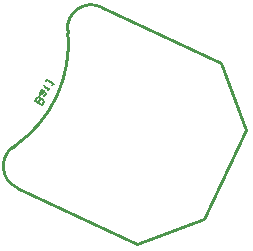
<source format=gbo>
%FSLAX24Y24*%
%MOIN*%
G70*
G01*
G75*
G04 Layer_Color=32896*
%ADD10C,0.0500*%
%ADD11C,0.0060*%
G04:AMPARAMS|DCode=12|XSize=19.7mil|YSize=23.6mil|CornerRadius=0mil|HoleSize=0mil|Usage=FLASHONLY|Rotation=225.000|XOffset=0mil|YOffset=0mil|HoleType=Round|Shape=Rectangle|*
%AMROTATEDRECTD12*
4,1,4,-0.0014,0.0153,0.0153,-0.0014,0.0014,-0.0153,-0.0153,0.0014,-0.0014,0.0153,0.0*
%
%ADD12ROTATEDRECTD12*%

G04:AMPARAMS|DCode=13|XSize=21.7mil|YSize=23.6mil|CornerRadius=0mil|HoleSize=0mil|Usage=FLASHONLY|Rotation=135.000|XOffset=0mil|YOffset=0mil|HoleType=Round|Shape=Rectangle|*
%AMROTATEDRECTD13*
4,1,4,0.0160,0.0007,-0.0007,-0.0160,-0.0160,-0.0007,0.0007,0.0160,0.0160,0.0007,0.0*
%
%ADD13ROTATEDRECTD13*%

%ADD14C,0.0394*%
G04:AMPARAMS|DCode=15|XSize=19.7mil|YSize=23.6mil|CornerRadius=0mil|HoleSize=0mil|Usage=FLASHONLY|Rotation=135.000|XOffset=0mil|YOffset=0mil|HoleType=Round|Shape=Rectangle|*
%AMROTATEDRECTD15*
4,1,4,0.0153,0.0014,-0.0014,-0.0153,-0.0153,-0.0014,0.0014,0.0153,0.0153,0.0014,0.0*
%
%ADD15ROTATEDRECTD15*%

%ADD16R,0.0236X0.0197*%
%ADD17C,0.0310*%
G04:AMPARAMS|DCode=18|XSize=39.4mil|YSize=70.9mil|CornerRadius=0mil|HoleSize=0mil|Usage=FLASHONLY|Rotation=45.000|XOffset=0mil|YOffset=0mil|HoleType=Round|Shape=Rectangle|*
%AMROTATEDRECTD18*
4,1,4,0.0111,-0.0390,-0.0390,0.0111,-0.0111,0.0390,0.0390,-0.0111,0.0111,-0.0390,0.0*
%
%ADD18ROTATEDRECTD18*%

G04:AMPARAMS|DCode=19|XSize=47.2mil|YSize=43.3mil|CornerRadius=0mil|HoleSize=0mil|Usage=FLASHONLY|Rotation=45.000|XOffset=0mil|YOffset=0mil|HoleType=Round|Shape=Rectangle|*
%AMROTATEDRECTD19*
4,1,4,-0.0014,-0.0320,-0.0320,-0.0014,0.0014,0.0320,0.0320,0.0014,-0.0014,-0.0320,0.0*
%
%ADD19ROTATEDRECTD19*%

%ADD20C,0.0071*%
%ADD21P,0.0251X4X65.0*%
%ADD22R,0.0256X0.0197*%
%ADD23C,0.0087*%
G04:AMPARAMS|DCode=24|XSize=25.6mil|YSize=27.6mil|CornerRadius=0mil|HoleSize=0mil|Usage=FLASHONLY|Rotation=110.000|XOffset=0mil|YOffset=0mil|HoleType=Round|Shape=Rectangle|*
%AMROTATEDRECTD24*
4,1,4,0.0173,-0.0073,-0.0086,-0.0167,-0.0173,0.0073,0.0086,0.0167,0.0173,-0.0073,0.0*
%
%ADD24ROTATEDRECTD24*%

G04:AMPARAMS|DCode=25|XSize=25.6mil|YSize=27.6mil|CornerRadius=0mil|HoleSize=0mil|Usage=FLASHONLY|Rotation=20.000|XOffset=0mil|YOffset=0mil|HoleType=Round|Shape=Rectangle|*
%AMROTATEDRECTD25*
4,1,4,-0.0073,-0.0173,-0.0167,0.0086,0.0073,0.0173,0.0167,-0.0086,-0.0073,-0.0173,0.0*
%
%ADD25ROTATEDRECTD25*%

%ADD26C,0.0100*%
%ADD27C,0.0150*%
%ADD28C,0.0050*%
%ADD29C,0.0080*%
%ADD30C,0.0090*%
%ADD31C,0.0200*%
%ADD32P,0.0835X4X335.0*%
%ADD33C,0.0591*%
%ADD34C,0.0390*%
%ADD35C,0.0240*%
%ADD36C,0.0100*%
%ADD37P,0.1771X4X290.0*%
%ADD38C,0.0059*%
%ADD39C,0.0079*%
%ADD40C,0.0039*%
%ADD41C,0.0070*%
G04:AMPARAMS|DCode=42|XSize=25.7mil|YSize=29.6mil|CornerRadius=0mil|HoleSize=0mil|Usage=FLASHONLY|Rotation=225.000|XOffset=0mil|YOffset=0mil|HoleType=Round|Shape=Rectangle|*
%AMROTATEDRECTD42*
4,1,4,-0.0014,0.0196,0.0196,-0.0014,0.0014,-0.0196,-0.0196,0.0014,-0.0014,0.0196,0.0*
%
%ADD42ROTATEDRECTD42*%

G04:AMPARAMS|DCode=43|XSize=27.7mil|YSize=29.6mil|CornerRadius=0mil|HoleSize=0mil|Usage=FLASHONLY|Rotation=135.000|XOffset=0mil|YOffset=0mil|HoleType=Round|Shape=Rectangle|*
%AMROTATEDRECTD43*
4,1,4,0.0203,0.0007,-0.0007,-0.0203,-0.0203,-0.0007,0.0007,0.0203,0.0203,0.0007,0.0*
%
%ADD43ROTATEDRECTD43*%

%ADD44C,0.0454*%
G04:AMPARAMS|DCode=45|XSize=25.7mil|YSize=29.6mil|CornerRadius=0mil|HoleSize=0mil|Usage=FLASHONLY|Rotation=135.000|XOffset=0mil|YOffset=0mil|HoleType=Round|Shape=Rectangle|*
%AMROTATEDRECTD45*
4,1,4,0.0196,0.0014,-0.0014,-0.0196,-0.0196,-0.0014,0.0014,0.0196,0.0196,0.0014,0.0*
%
%ADD45ROTATEDRECTD45*%

%ADD46R,0.0296X0.0257*%
%ADD47C,0.0370*%
G04:AMPARAMS|DCode=48|XSize=45.4mil|YSize=76.9mil|CornerRadius=0mil|HoleSize=0mil|Usage=FLASHONLY|Rotation=45.000|XOffset=0mil|YOffset=0mil|HoleType=Round|Shape=Rectangle|*
%AMROTATEDRECTD48*
4,1,4,0.0111,-0.0432,-0.0432,0.0111,-0.0111,0.0432,0.0432,-0.0111,0.0111,-0.0432,0.0*
%
%ADD48ROTATEDRECTD48*%

G04:AMPARAMS|DCode=49|XSize=53.2mil|YSize=49.3mil|CornerRadius=0mil|HoleSize=0mil|Usage=FLASHONLY|Rotation=45.000|XOffset=0mil|YOffset=0mil|HoleType=Round|Shape=Rectangle|*
%AMROTATEDRECTD49*
4,1,4,-0.0014,-0.0363,-0.0363,-0.0014,0.0014,0.0363,0.0363,0.0014,-0.0014,-0.0363,0.0*
%
%ADD49ROTATEDRECTD49*%

%ADD50C,0.0131*%
%ADD51C,0.0151*%
%ADD52P,0.0335X4X65.0*%
%ADD53R,0.0316X0.0257*%
%ADD54C,0.0126*%
G04:AMPARAMS|DCode=55|XSize=31.6mil|YSize=33.6mil|CornerRadius=0mil|HoleSize=0mil|Usage=FLASHONLY|Rotation=110.000|XOffset=0mil|YOffset=0mil|HoleType=Round|Shape=Rectangle|*
%AMROTATEDRECTD55*
4,1,4,0.0212,-0.0091,-0.0104,-0.0206,-0.0212,0.0091,0.0104,0.0206,0.0212,-0.0091,0.0*
%
%ADD55ROTATEDRECTD55*%

G04:AMPARAMS|DCode=56|XSize=31.6mil|YSize=33.6mil|CornerRadius=0mil|HoleSize=0mil|Usage=FLASHONLY|Rotation=20.000|XOffset=0mil|YOffset=0mil|HoleType=Round|Shape=Rectangle|*
%AMROTATEDRECTD56*
4,1,4,-0.0091,-0.0212,-0.0206,0.0104,0.0091,0.0212,0.0206,-0.0104,-0.0091,-0.0212,0.0*
%
%ADD56ROTATEDRECTD56*%

%ADD57P,0.0920X4X335.0*%
%ADD58C,0.0651*%
%ADD59C,0.5118*%
%ADD60P,0.1855X4X290.0*%
D11*
X-2986Y855D02*
X-3220Y990D01*
X-3153Y1107D01*
X-3091Y1123D01*
X-3052Y1101D01*
X-3036Y1039D01*
X-3103Y923D01*
X-3036Y1039D01*
X-2974Y1056D01*
X-2935Y1033D01*
X-2919Y972D01*
X-2986Y855D01*
X-2907Y1173D02*
X-2862Y1251D01*
X-2878Y1312D01*
X-2995Y1380D01*
X-3063Y1263D01*
X-3046Y1201D01*
X-2985Y1218D01*
X-2917Y1335D01*
X-2733Y1384D02*
X-2772Y1406D01*
X-2794Y1368D01*
X-2749Y1445D01*
X-2772Y1406D01*
X-2889Y1474D01*
X-2905Y1535D01*
X-2838Y1652D02*
X-2793Y1730D01*
X-2815Y1691D01*
X-2581Y1556D01*
X-2643Y1540D01*
D26*
X-3870Y-485D02*
G03*
X-2116Y3276I-2380J3399D01*
G01*
X-1010Y4135D02*
G03*
X-2128Y3353I-333J-714D01*
G01*
X-3936Y-525D02*
G03*
X-3817Y-1884I452J-645D01*
G01*
X2419Y-2935D02*
X3804Y33D01*
X183Y-3749D02*
X2419Y-2935D01*
X2989Y2270D02*
X3804Y33D01*
X-3936Y-525D02*
X-3870Y-485D01*
X-2128Y3353D02*
X-2116Y3276D01*
X-3817Y-1884D02*
X183Y-3749D01*
X-1010Y4135D02*
X2989Y2270D01*
M02*

</source>
